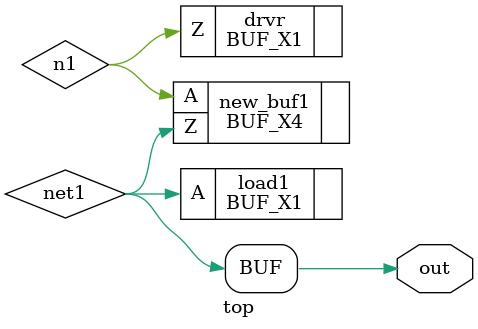
<source format=v>
module top (out);
 output out;

 wire n1;
 wire net1;

 BUF_X1 drvr (.Z(n1));
 BUF_X1 load1 (.A(net1));
 BUF_X4 new_buf1 (.A(n1),
    .Z(net1));
 assign out = net1;
endmodule

</source>
